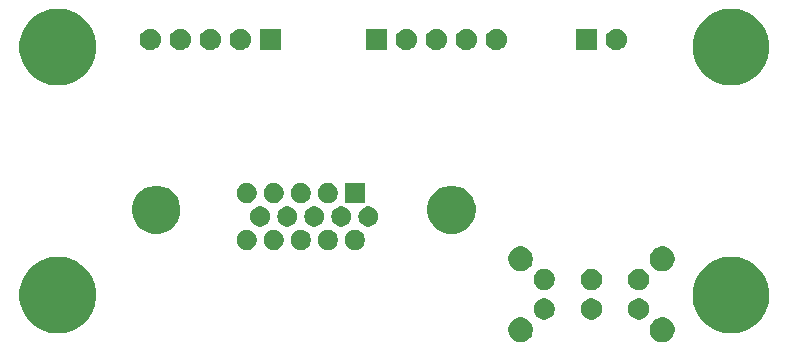
<source format=gbr>
G04 #@! TF.GenerationSoftware,KiCad,Pcbnew,6.0.0-rc1-unknown-r14633-2e907bfa*
G04 #@! TF.CreationDate,2018-12-23T16:51:31-08:00
G04 #@! TF.ProjectId,td-rgb,74642d72-6762-42e6-9b69-6361645f7063,rev?*
G04 #@! TF.SameCoordinates,Original*
G04 #@! TF.FileFunction,Soldermask,Bot*
G04 #@! TF.FilePolarity,Negative*
%FSLAX46Y46*%
G04 Gerber Fmt 4.6, Leading zero omitted, Abs format (unit mm)*
G04 Created by KiCad (PCBNEW 6.0.0-rc1-unknown-r14633-2e907bfa) date Sun 23 Dec 2018 04:51:31 PM PST*
%MOMM*%
%LPD*%
G04 APERTURE LIST*
%ADD10C,0.100000*%
G04 APERTURE END LIST*
D10*
G36*
X165488566Y-109919389D02*
G01*
X165679835Y-109998615D01*
X165851977Y-110113637D01*
X165998364Y-110260024D01*
X166113386Y-110432166D01*
X166192612Y-110623435D01*
X166233001Y-110826484D01*
X166233001Y-111033516D01*
X166192612Y-111236565D01*
X166113386Y-111427834D01*
X165998364Y-111599976D01*
X165851977Y-111746363D01*
X165679835Y-111861385D01*
X165488566Y-111940611D01*
X165285517Y-111981000D01*
X165078485Y-111981000D01*
X164875436Y-111940611D01*
X164684167Y-111861385D01*
X164512025Y-111746363D01*
X164365638Y-111599976D01*
X164250616Y-111427834D01*
X164171390Y-111236565D01*
X164131001Y-111033516D01*
X164131001Y-110826484D01*
X164171390Y-110623435D01*
X164250616Y-110432166D01*
X164365638Y-110260024D01*
X164512025Y-110113637D01*
X164684167Y-109998615D01*
X164875436Y-109919389D01*
X165078485Y-109879000D01*
X165285517Y-109879000D01*
X165488566Y-109919389D01*
X165488566Y-109919389D01*
G37*
G36*
X153488566Y-109919389D02*
G01*
X153679835Y-109998615D01*
X153851977Y-110113637D01*
X153998364Y-110260024D01*
X154113386Y-110432166D01*
X154192612Y-110623435D01*
X154233001Y-110826484D01*
X154233001Y-111033516D01*
X154192612Y-111236565D01*
X154113386Y-111427834D01*
X153998364Y-111599976D01*
X153851977Y-111746363D01*
X153679835Y-111861385D01*
X153488566Y-111940611D01*
X153285517Y-111981000D01*
X153078485Y-111981000D01*
X152875436Y-111940611D01*
X152684167Y-111861385D01*
X152512025Y-111746363D01*
X152365638Y-111599976D01*
X152250616Y-111427834D01*
X152171390Y-111236565D01*
X152131001Y-111033516D01*
X152131001Y-110826484D01*
X152171390Y-110623435D01*
X152250616Y-110432166D01*
X152365638Y-110260024D01*
X152512025Y-110113637D01*
X152684167Y-109998615D01*
X152875436Y-109919389D01*
X153078485Y-109879000D01*
X153285517Y-109879000D01*
X153488566Y-109919389D01*
X153488566Y-109919389D01*
G37*
G36*
X171634239Y-104811467D02*
G01*
X171948282Y-104873934D01*
X172539926Y-105119001D01*
X173002126Y-105427834D01*
X173072395Y-105474786D01*
X173525214Y-105927605D01*
X173525216Y-105927608D01*
X173880999Y-106460074D01*
X174126066Y-107051718D01*
X174126066Y-107051719D01*
X174251000Y-107679803D01*
X174251000Y-108320197D01*
X174188533Y-108634239D01*
X174126066Y-108948282D01*
X173880999Y-109539926D01*
X173627449Y-109919390D01*
X173525214Y-110072395D01*
X173072395Y-110525214D01*
X173072392Y-110525216D01*
X172539926Y-110880999D01*
X171948282Y-111126066D01*
X171634239Y-111188533D01*
X171320197Y-111251000D01*
X170679803Y-111251000D01*
X170365761Y-111188533D01*
X170051718Y-111126066D01*
X169460074Y-110880999D01*
X168927608Y-110525216D01*
X168927605Y-110525214D01*
X168474786Y-110072395D01*
X168372551Y-109919390D01*
X168119001Y-109539926D01*
X167873934Y-108948282D01*
X167811467Y-108634239D01*
X167749000Y-108320197D01*
X167749000Y-107679803D01*
X167873934Y-107051719D01*
X167873934Y-107051718D01*
X168119001Y-106460074D01*
X168474784Y-105927608D01*
X168474786Y-105927605D01*
X168927605Y-105474786D01*
X168997874Y-105427834D01*
X169460074Y-105119001D01*
X170051718Y-104873934D01*
X170365761Y-104811467D01*
X170679803Y-104749000D01*
X171320197Y-104749000D01*
X171634239Y-104811467D01*
X171634239Y-104811467D01*
G37*
G36*
X114634239Y-104811467D02*
G01*
X114948282Y-104873934D01*
X115539926Y-105119001D01*
X116002126Y-105427834D01*
X116072395Y-105474786D01*
X116525214Y-105927605D01*
X116525216Y-105927608D01*
X116880999Y-106460074D01*
X117126066Y-107051718D01*
X117126066Y-107051719D01*
X117251000Y-107679803D01*
X117251000Y-108320197D01*
X117188533Y-108634239D01*
X117126066Y-108948282D01*
X116880999Y-109539926D01*
X116627449Y-109919390D01*
X116525214Y-110072395D01*
X116072395Y-110525214D01*
X116072392Y-110525216D01*
X115539926Y-110880999D01*
X114948282Y-111126066D01*
X114634239Y-111188533D01*
X114320197Y-111251000D01*
X113679803Y-111251000D01*
X113365761Y-111188533D01*
X113051718Y-111126066D01*
X112460074Y-110880999D01*
X111927608Y-110525216D01*
X111927605Y-110525214D01*
X111474786Y-110072395D01*
X111372551Y-109919390D01*
X111119001Y-109539926D01*
X110873934Y-108948282D01*
X110811467Y-108634239D01*
X110749000Y-108320197D01*
X110749000Y-107679803D01*
X110873934Y-107051719D01*
X110873934Y-107051718D01*
X111119001Y-106460074D01*
X111474784Y-105927608D01*
X111474786Y-105927605D01*
X111927605Y-105474786D01*
X111997874Y-105427834D01*
X112460074Y-105119001D01*
X113051718Y-104873934D01*
X113365761Y-104811467D01*
X113679803Y-104749000D01*
X114320197Y-104749000D01*
X114634239Y-104811467D01*
X114634239Y-104811467D01*
G37*
G36*
X155444813Y-108313624D02*
G01*
X155608785Y-108381544D01*
X155756355Y-108480147D01*
X155881854Y-108605646D01*
X155980457Y-108753216D01*
X156048377Y-108917188D01*
X156083001Y-109091259D01*
X156083001Y-109268741D01*
X156048377Y-109442812D01*
X155980457Y-109606784D01*
X155881854Y-109754354D01*
X155756355Y-109879853D01*
X155608785Y-109978456D01*
X155444813Y-110046376D01*
X155270742Y-110081000D01*
X155093260Y-110081000D01*
X154919189Y-110046376D01*
X154755217Y-109978456D01*
X154607647Y-109879853D01*
X154482148Y-109754354D01*
X154383545Y-109606784D01*
X154315625Y-109442812D01*
X154281001Y-109268741D01*
X154281001Y-109091259D01*
X154315625Y-108917188D01*
X154383545Y-108753216D01*
X154482148Y-108605646D01*
X154607647Y-108480147D01*
X154755217Y-108381544D01*
X154919189Y-108313624D01*
X155093260Y-108279000D01*
X155270742Y-108279000D01*
X155444813Y-108313624D01*
X155444813Y-108313624D01*
G37*
G36*
X163444813Y-108313624D02*
G01*
X163608785Y-108381544D01*
X163756355Y-108480147D01*
X163881854Y-108605646D01*
X163980457Y-108753216D01*
X164048377Y-108917188D01*
X164083001Y-109091259D01*
X164083001Y-109268741D01*
X164048377Y-109442812D01*
X163980457Y-109606784D01*
X163881854Y-109754354D01*
X163756355Y-109879853D01*
X163608785Y-109978456D01*
X163444813Y-110046376D01*
X163270742Y-110081000D01*
X163093260Y-110081000D01*
X162919189Y-110046376D01*
X162755217Y-109978456D01*
X162607647Y-109879853D01*
X162482148Y-109754354D01*
X162383545Y-109606784D01*
X162315625Y-109442812D01*
X162281001Y-109268741D01*
X162281001Y-109091259D01*
X162315625Y-108917188D01*
X162383545Y-108753216D01*
X162482148Y-108605646D01*
X162607647Y-108480147D01*
X162755217Y-108381544D01*
X162919189Y-108313624D01*
X163093260Y-108279000D01*
X163270742Y-108279000D01*
X163444813Y-108313624D01*
X163444813Y-108313624D01*
G37*
G36*
X159444813Y-108313624D02*
G01*
X159608785Y-108381544D01*
X159756355Y-108480147D01*
X159881854Y-108605646D01*
X159980457Y-108753216D01*
X160048377Y-108917188D01*
X160083001Y-109091259D01*
X160083001Y-109268741D01*
X160048377Y-109442812D01*
X159980457Y-109606784D01*
X159881854Y-109754354D01*
X159756355Y-109879853D01*
X159608785Y-109978456D01*
X159444813Y-110046376D01*
X159270742Y-110081000D01*
X159093260Y-110081000D01*
X158919189Y-110046376D01*
X158755217Y-109978456D01*
X158607647Y-109879853D01*
X158482148Y-109754354D01*
X158383545Y-109606784D01*
X158315625Y-109442812D01*
X158281001Y-109268741D01*
X158281001Y-109091259D01*
X158315625Y-108917188D01*
X158383545Y-108753216D01*
X158482148Y-108605646D01*
X158607647Y-108480147D01*
X158755217Y-108381544D01*
X158919189Y-108313624D01*
X159093260Y-108279000D01*
X159270742Y-108279000D01*
X159444813Y-108313624D01*
X159444813Y-108313624D01*
G37*
G36*
X163444813Y-105813624D02*
G01*
X163608785Y-105881544D01*
X163756355Y-105980147D01*
X163881854Y-106105646D01*
X163980457Y-106253216D01*
X164048377Y-106417188D01*
X164083001Y-106591259D01*
X164083001Y-106768741D01*
X164048377Y-106942812D01*
X163980457Y-107106784D01*
X163881854Y-107254354D01*
X163756355Y-107379853D01*
X163608785Y-107478456D01*
X163444813Y-107546376D01*
X163270742Y-107581000D01*
X163093260Y-107581000D01*
X162919189Y-107546376D01*
X162755217Y-107478456D01*
X162607647Y-107379853D01*
X162482148Y-107254354D01*
X162383545Y-107106784D01*
X162315625Y-106942812D01*
X162281001Y-106768741D01*
X162281001Y-106591259D01*
X162315625Y-106417188D01*
X162383545Y-106253216D01*
X162482148Y-106105646D01*
X162607647Y-105980147D01*
X162755217Y-105881544D01*
X162919189Y-105813624D01*
X163093260Y-105779000D01*
X163270742Y-105779000D01*
X163444813Y-105813624D01*
X163444813Y-105813624D01*
G37*
G36*
X155444813Y-105813624D02*
G01*
X155608785Y-105881544D01*
X155756355Y-105980147D01*
X155881854Y-106105646D01*
X155980457Y-106253216D01*
X156048377Y-106417188D01*
X156083001Y-106591259D01*
X156083001Y-106768741D01*
X156048377Y-106942812D01*
X155980457Y-107106784D01*
X155881854Y-107254354D01*
X155756355Y-107379853D01*
X155608785Y-107478456D01*
X155444813Y-107546376D01*
X155270742Y-107581000D01*
X155093260Y-107581000D01*
X154919189Y-107546376D01*
X154755217Y-107478456D01*
X154607647Y-107379853D01*
X154482148Y-107254354D01*
X154383545Y-107106784D01*
X154315625Y-106942812D01*
X154281001Y-106768741D01*
X154281001Y-106591259D01*
X154315625Y-106417188D01*
X154383545Y-106253216D01*
X154482148Y-106105646D01*
X154607647Y-105980147D01*
X154755217Y-105881544D01*
X154919189Y-105813624D01*
X155093260Y-105779000D01*
X155270742Y-105779000D01*
X155444813Y-105813624D01*
X155444813Y-105813624D01*
G37*
G36*
X159444813Y-105813624D02*
G01*
X159608785Y-105881544D01*
X159756355Y-105980147D01*
X159881854Y-106105646D01*
X159980457Y-106253216D01*
X160048377Y-106417188D01*
X160083001Y-106591259D01*
X160083001Y-106768741D01*
X160048377Y-106942812D01*
X159980457Y-107106784D01*
X159881854Y-107254354D01*
X159756355Y-107379853D01*
X159608785Y-107478456D01*
X159444813Y-107546376D01*
X159270742Y-107581000D01*
X159093260Y-107581000D01*
X158919189Y-107546376D01*
X158755217Y-107478456D01*
X158607647Y-107379853D01*
X158482148Y-107254354D01*
X158383545Y-107106784D01*
X158315625Y-106942812D01*
X158281001Y-106768741D01*
X158281001Y-106591259D01*
X158315625Y-106417188D01*
X158383545Y-106253216D01*
X158482148Y-106105646D01*
X158607647Y-105980147D01*
X158755217Y-105881544D01*
X158919189Y-105813624D01*
X159093260Y-105779000D01*
X159270742Y-105779000D01*
X159444813Y-105813624D01*
X159444813Y-105813624D01*
G37*
G36*
X153488566Y-103919389D02*
G01*
X153679835Y-103998615D01*
X153851977Y-104113637D01*
X153998364Y-104260024D01*
X154113386Y-104432166D01*
X154192612Y-104623435D01*
X154233001Y-104826484D01*
X154233001Y-105033516D01*
X154192612Y-105236565D01*
X154113386Y-105427834D01*
X153998364Y-105599976D01*
X153851977Y-105746363D01*
X153679835Y-105861385D01*
X153488566Y-105940611D01*
X153285517Y-105981000D01*
X153078485Y-105981000D01*
X152875436Y-105940611D01*
X152684167Y-105861385D01*
X152512025Y-105746363D01*
X152365638Y-105599976D01*
X152250616Y-105427834D01*
X152171390Y-105236565D01*
X152131001Y-105033516D01*
X152131001Y-104826484D01*
X152171390Y-104623435D01*
X152250616Y-104432166D01*
X152365638Y-104260024D01*
X152512025Y-104113637D01*
X152684167Y-103998615D01*
X152875436Y-103919389D01*
X153078485Y-103879000D01*
X153285517Y-103879000D01*
X153488566Y-103919389D01*
X153488566Y-103919389D01*
G37*
G36*
X165488566Y-103919389D02*
G01*
X165679835Y-103998615D01*
X165851977Y-104113637D01*
X165998364Y-104260024D01*
X166113386Y-104432166D01*
X166192612Y-104623435D01*
X166233001Y-104826484D01*
X166233001Y-105033516D01*
X166192612Y-105236565D01*
X166113386Y-105427834D01*
X165998364Y-105599976D01*
X165851977Y-105746363D01*
X165679835Y-105861385D01*
X165488566Y-105940611D01*
X165285517Y-105981000D01*
X165078485Y-105981000D01*
X164875436Y-105940611D01*
X164684167Y-105861385D01*
X164512025Y-105746363D01*
X164365638Y-105599976D01*
X164250616Y-105427834D01*
X164171390Y-105236565D01*
X164131001Y-105033516D01*
X164131001Y-104826484D01*
X164171390Y-104623435D01*
X164250616Y-104432166D01*
X164365638Y-104260024D01*
X164512025Y-104113637D01*
X164684167Y-103998615D01*
X164875436Y-103919389D01*
X165078485Y-103879000D01*
X165285517Y-103879000D01*
X165488566Y-103919389D01*
X165488566Y-103919389D01*
G37*
G36*
X139395229Y-102510042D02*
G01*
X139550101Y-102574192D01*
X139689482Y-102667324D01*
X139808016Y-102785858D01*
X139901148Y-102925239D01*
X139965298Y-103080111D01*
X139998001Y-103244523D01*
X139998001Y-103412155D01*
X139965298Y-103576567D01*
X139901148Y-103731439D01*
X139808016Y-103870820D01*
X139689482Y-103989354D01*
X139550101Y-104082486D01*
X139395229Y-104146636D01*
X139230817Y-104179339D01*
X139063185Y-104179339D01*
X138898773Y-104146636D01*
X138743901Y-104082486D01*
X138604520Y-103989354D01*
X138485986Y-103870820D01*
X138392854Y-103731439D01*
X138328704Y-103576567D01*
X138296001Y-103412155D01*
X138296001Y-103244523D01*
X138328704Y-103080111D01*
X138392854Y-102925239D01*
X138485986Y-102785858D01*
X138604520Y-102667324D01*
X138743901Y-102574192D01*
X138898773Y-102510042D01*
X139063185Y-102477339D01*
X139230817Y-102477339D01*
X139395229Y-102510042D01*
X139395229Y-102510042D01*
G37*
G36*
X130235229Y-102510042D02*
G01*
X130390101Y-102574192D01*
X130529482Y-102667324D01*
X130648016Y-102785858D01*
X130741148Y-102925239D01*
X130805298Y-103080111D01*
X130838001Y-103244523D01*
X130838001Y-103412155D01*
X130805298Y-103576567D01*
X130741148Y-103731439D01*
X130648016Y-103870820D01*
X130529482Y-103989354D01*
X130390101Y-104082486D01*
X130235229Y-104146636D01*
X130070817Y-104179339D01*
X129903185Y-104179339D01*
X129738773Y-104146636D01*
X129583901Y-104082486D01*
X129444520Y-103989354D01*
X129325986Y-103870820D01*
X129232854Y-103731439D01*
X129168704Y-103576567D01*
X129136001Y-103412155D01*
X129136001Y-103244523D01*
X129168704Y-103080111D01*
X129232854Y-102925239D01*
X129325986Y-102785858D01*
X129444520Y-102667324D01*
X129583901Y-102574192D01*
X129738773Y-102510042D01*
X129903185Y-102477339D01*
X130070817Y-102477339D01*
X130235229Y-102510042D01*
X130235229Y-102510042D01*
G37*
G36*
X132525229Y-102510042D02*
G01*
X132680101Y-102574192D01*
X132819482Y-102667324D01*
X132938016Y-102785858D01*
X133031148Y-102925239D01*
X133095298Y-103080111D01*
X133128001Y-103244523D01*
X133128001Y-103412155D01*
X133095298Y-103576567D01*
X133031148Y-103731439D01*
X132938016Y-103870820D01*
X132819482Y-103989354D01*
X132680101Y-104082486D01*
X132525229Y-104146636D01*
X132360817Y-104179339D01*
X132193185Y-104179339D01*
X132028773Y-104146636D01*
X131873901Y-104082486D01*
X131734520Y-103989354D01*
X131615986Y-103870820D01*
X131522854Y-103731439D01*
X131458704Y-103576567D01*
X131426001Y-103412155D01*
X131426001Y-103244523D01*
X131458704Y-103080111D01*
X131522854Y-102925239D01*
X131615986Y-102785858D01*
X131734520Y-102667324D01*
X131873901Y-102574192D01*
X132028773Y-102510042D01*
X132193185Y-102477339D01*
X132360817Y-102477339D01*
X132525229Y-102510042D01*
X132525229Y-102510042D01*
G37*
G36*
X134815229Y-102510042D02*
G01*
X134970101Y-102574192D01*
X135109482Y-102667324D01*
X135228016Y-102785858D01*
X135321148Y-102925239D01*
X135385298Y-103080111D01*
X135418001Y-103244523D01*
X135418001Y-103412155D01*
X135385298Y-103576567D01*
X135321148Y-103731439D01*
X135228016Y-103870820D01*
X135109482Y-103989354D01*
X134970101Y-104082486D01*
X134815229Y-104146636D01*
X134650817Y-104179339D01*
X134483185Y-104179339D01*
X134318773Y-104146636D01*
X134163901Y-104082486D01*
X134024520Y-103989354D01*
X133905986Y-103870820D01*
X133812854Y-103731439D01*
X133748704Y-103576567D01*
X133716001Y-103412155D01*
X133716001Y-103244523D01*
X133748704Y-103080111D01*
X133812854Y-102925239D01*
X133905986Y-102785858D01*
X134024520Y-102667324D01*
X134163901Y-102574192D01*
X134318773Y-102510042D01*
X134483185Y-102477339D01*
X134650817Y-102477339D01*
X134815229Y-102510042D01*
X134815229Y-102510042D01*
G37*
G36*
X137105229Y-102510042D02*
G01*
X137260101Y-102574192D01*
X137399482Y-102667324D01*
X137518016Y-102785858D01*
X137611148Y-102925239D01*
X137675298Y-103080111D01*
X137708001Y-103244523D01*
X137708001Y-103412155D01*
X137675298Y-103576567D01*
X137611148Y-103731439D01*
X137518016Y-103870820D01*
X137399482Y-103989354D01*
X137260101Y-104082486D01*
X137105229Y-104146636D01*
X136940817Y-104179339D01*
X136773185Y-104179339D01*
X136608773Y-104146636D01*
X136453901Y-104082486D01*
X136314520Y-103989354D01*
X136195986Y-103870820D01*
X136102854Y-103731439D01*
X136038704Y-103576567D01*
X136006001Y-103412155D01*
X136006001Y-103244523D01*
X136038704Y-103080111D01*
X136102854Y-102925239D01*
X136195986Y-102785858D01*
X136314520Y-102667324D01*
X136453901Y-102574192D01*
X136608773Y-102510042D01*
X136773185Y-102477339D01*
X136940817Y-102477339D01*
X137105229Y-102510042D01*
X137105229Y-102510042D01*
G37*
G36*
X147930253Y-98816157D02*
G01*
X147930255Y-98816158D01*
X147930256Y-98816158D01*
X148303514Y-98970766D01*
X148303515Y-98970767D01*
X148639440Y-99195225D01*
X148925115Y-99480900D01*
X148925117Y-99480903D01*
X149149574Y-99816826D01*
X149276182Y-100122486D01*
X149304183Y-100190087D01*
X149383001Y-100586332D01*
X149383001Y-100990346D01*
X149328464Y-101264523D01*
X149304182Y-101386594D01*
X149149574Y-101759852D01*
X149149573Y-101759853D01*
X148925115Y-102095778D01*
X148639440Y-102381453D01*
X148639437Y-102381455D01*
X148303514Y-102605912D01*
X147930256Y-102760520D01*
X147930255Y-102760520D01*
X147930253Y-102760521D01*
X147534008Y-102839339D01*
X147129994Y-102839339D01*
X146733749Y-102760521D01*
X146733747Y-102760520D01*
X146733746Y-102760520D01*
X146360488Y-102605912D01*
X146024565Y-102381455D01*
X146024562Y-102381453D01*
X145738887Y-102095778D01*
X145514429Y-101759853D01*
X145514428Y-101759852D01*
X145359820Y-101386594D01*
X145335539Y-101264523D01*
X145281001Y-100990346D01*
X145281001Y-100586332D01*
X145359819Y-100190087D01*
X145387820Y-100122486D01*
X145514428Y-99816826D01*
X145738885Y-99480903D01*
X145738887Y-99480900D01*
X146024562Y-99195225D01*
X146360487Y-98970767D01*
X146360488Y-98970766D01*
X146733746Y-98816158D01*
X146733747Y-98816158D01*
X146733749Y-98816157D01*
X147129994Y-98737339D01*
X147534008Y-98737339D01*
X147930253Y-98816157D01*
X147930253Y-98816157D01*
G37*
G36*
X122930253Y-98816157D02*
G01*
X122930255Y-98816158D01*
X122930256Y-98816158D01*
X123303514Y-98970766D01*
X123303515Y-98970767D01*
X123639440Y-99195225D01*
X123925115Y-99480900D01*
X123925117Y-99480903D01*
X124149574Y-99816826D01*
X124276182Y-100122486D01*
X124304183Y-100190087D01*
X124383001Y-100586332D01*
X124383001Y-100990346D01*
X124328464Y-101264523D01*
X124304182Y-101386594D01*
X124149574Y-101759852D01*
X124149573Y-101759853D01*
X123925115Y-102095778D01*
X123639440Y-102381453D01*
X123639437Y-102381455D01*
X123303514Y-102605912D01*
X122930256Y-102760520D01*
X122930255Y-102760520D01*
X122930253Y-102760521D01*
X122534008Y-102839339D01*
X122129994Y-102839339D01*
X121733749Y-102760521D01*
X121733747Y-102760520D01*
X121733746Y-102760520D01*
X121360488Y-102605912D01*
X121024565Y-102381455D01*
X121024562Y-102381453D01*
X120738887Y-102095778D01*
X120514429Y-101759853D01*
X120514428Y-101759852D01*
X120359820Y-101386594D01*
X120335539Y-101264523D01*
X120281001Y-100990346D01*
X120281001Y-100586332D01*
X120359819Y-100190087D01*
X120387820Y-100122486D01*
X120514428Y-99816826D01*
X120738885Y-99480903D01*
X120738887Y-99480900D01*
X121024562Y-99195225D01*
X121360487Y-98970767D01*
X121360488Y-98970766D01*
X121733746Y-98816158D01*
X121733747Y-98816158D01*
X121733749Y-98816157D01*
X122129994Y-98737339D01*
X122534008Y-98737339D01*
X122930253Y-98816157D01*
X122930253Y-98816157D01*
G37*
G36*
X138250229Y-100530042D02*
G01*
X138405101Y-100594192D01*
X138544482Y-100687324D01*
X138663016Y-100805858D01*
X138756148Y-100945239D01*
X138820298Y-101100111D01*
X138853001Y-101264523D01*
X138853001Y-101432155D01*
X138820298Y-101596567D01*
X138756148Y-101751439D01*
X138663016Y-101890820D01*
X138544482Y-102009354D01*
X138405101Y-102102486D01*
X138250229Y-102166636D01*
X138085817Y-102199339D01*
X137918185Y-102199339D01*
X137753773Y-102166636D01*
X137598901Y-102102486D01*
X137459520Y-102009354D01*
X137340986Y-101890820D01*
X137247854Y-101751439D01*
X137183704Y-101596567D01*
X137151001Y-101432155D01*
X137151001Y-101264523D01*
X137183704Y-101100111D01*
X137247854Y-100945239D01*
X137340986Y-100805858D01*
X137459520Y-100687324D01*
X137598901Y-100594192D01*
X137753773Y-100530042D01*
X137918185Y-100497339D01*
X138085817Y-100497339D01*
X138250229Y-100530042D01*
X138250229Y-100530042D01*
G37*
G36*
X135960229Y-100530042D02*
G01*
X136115101Y-100594192D01*
X136254482Y-100687324D01*
X136373016Y-100805858D01*
X136466148Y-100945239D01*
X136530298Y-101100111D01*
X136563001Y-101264523D01*
X136563001Y-101432155D01*
X136530298Y-101596567D01*
X136466148Y-101751439D01*
X136373016Y-101890820D01*
X136254482Y-102009354D01*
X136115101Y-102102486D01*
X135960229Y-102166636D01*
X135795817Y-102199339D01*
X135628185Y-102199339D01*
X135463773Y-102166636D01*
X135308901Y-102102486D01*
X135169520Y-102009354D01*
X135050986Y-101890820D01*
X134957854Y-101751439D01*
X134893704Y-101596567D01*
X134861001Y-101432155D01*
X134861001Y-101264523D01*
X134893704Y-101100111D01*
X134957854Y-100945239D01*
X135050986Y-100805858D01*
X135169520Y-100687324D01*
X135308901Y-100594192D01*
X135463773Y-100530042D01*
X135628185Y-100497339D01*
X135795817Y-100497339D01*
X135960229Y-100530042D01*
X135960229Y-100530042D01*
G37*
G36*
X133670229Y-100530042D02*
G01*
X133825101Y-100594192D01*
X133964482Y-100687324D01*
X134083016Y-100805858D01*
X134176148Y-100945239D01*
X134240298Y-101100111D01*
X134273001Y-101264523D01*
X134273001Y-101432155D01*
X134240298Y-101596567D01*
X134176148Y-101751439D01*
X134083016Y-101890820D01*
X133964482Y-102009354D01*
X133825101Y-102102486D01*
X133670229Y-102166636D01*
X133505817Y-102199339D01*
X133338185Y-102199339D01*
X133173773Y-102166636D01*
X133018901Y-102102486D01*
X132879520Y-102009354D01*
X132760986Y-101890820D01*
X132667854Y-101751439D01*
X132603704Y-101596567D01*
X132571001Y-101432155D01*
X132571001Y-101264523D01*
X132603704Y-101100111D01*
X132667854Y-100945239D01*
X132760986Y-100805858D01*
X132879520Y-100687324D01*
X133018901Y-100594192D01*
X133173773Y-100530042D01*
X133338185Y-100497339D01*
X133505817Y-100497339D01*
X133670229Y-100530042D01*
X133670229Y-100530042D01*
G37*
G36*
X140540229Y-100530042D02*
G01*
X140695101Y-100594192D01*
X140834482Y-100687324D01*
X140953016Y-100805858D01*
X141046148Y-100945239D01*
X141110298Y-101100111D01*
X141143001Y-101264523D01*
X141143001Y-101432155D01*
X141110298Y-101596567D01*
X141046148Y-101751439D01*
X140953016Y-101890820D01*
X140834482Y-102009354D01*
X140695101Y-102102486D01*
X140540229Y-102166636D01*
X140375817Y-102199339D01*
X140208185Y-102199339D01*
X140043773Y-102166636D01*
X139888901Y-102102486D01*
X139749520Y-102009354D01*
X139630986Y-101890820D01*
X139537854Y-101751439D01*
X139473704Y-101596567D01*
X139441001Y-101432155D01*
X139441001Y-101264523D01*
X139473704Y-101100111D01*
X139537854Y-100945239D01*
X139630986Y-100805858D01*
X139749520Y-100687324D01*
X139888901Y-100594192D01*
X140043773Y-100530042D01*
X140208185Y-100497339D01*
X140375817Y-100497339D01*
X140540229Y-100530042D01*
X140540229Y-100530042D01*
G37*
G36*
X131380229Y-100530042D02*
G01*
X131535101Y-100594192D01*
X131674482Y-100687324D01*
X131793016Y-100805858D01*
X131886148Y-100945239D01*
X131950298Y-101100111D01*
X131983001Y-101264523D01*
X131983001Y-101432155D01*
X131950298Y-101596567D01*
X131886148Y-101751439D01*
X131793016Y-101890820D01*
X131674482Y-102009354D01*
X131535101Y-102102486D01*
X131380229Y-102166636D01*
X131215817Y-102199339D01*
X131048185Y-102199339D01*
X130883773Y-102166636D01*
X130728901Y-102102486D01*
X130589520Y-102009354D01*
X130470986Y-101890820D01*
X130377854Y-101751439D01*
X130313704Y-101596567D01*
X130281001Y-101432155D01*
X130281001Y-101264523D01*
X130313704Y-101100111D01*
X130377854Y-100945239D01*
X130470986Y-100805858D01*
X130589520Y-100687324D01*
X130728901Y-100594192D01*
X130883773Y-100530042D01*
X131048185Y-100497339D01*
X131215817Y-100497339D01*
X131380229Y-100530042D01*
X131380229Y-100530042D01*
G37*
G36*
X139998001Y-100219339D02*
G01*
X138296001Y-100219339D01*
X138296001Y-98517339D01*
X139998001Y-98517339D01*
X139998001Y-100219339D01*
X139998001Y-100219339D01*
G37*
G36*
X130235229Y-98550042D02*
G01*
X130390101Y-98614192D01*
X130529482Y-98707324D01*
X130648016Y-98825858D01*
X130741148Y-98965239D01*
X130805298Y-99120111D01*
X130838001Y-99284523D01*
X130838001Y-99452155D01*
X130805298Y-99616567D01*
X130741148Y-99771439D01*
X130648016Y-99910820D01*
X130529482Y-100029354D01*
X130390101Y-100122486D01*
X130235229Y-100186636D01*
X130070817Y-100219339D01*
X129903185Y-100219339D01*
X129738773Y-100186636D01*
X129583901Y-100122486D01*
X129444520Y-100029354D01*
X129325986Y-99910820D01*
X129232854Y-99771439D01*
X129168704Y-99616567D01*
X129136001Y-99452155D01*
X129136001Y-99284523D01*
X129168704Y-99120111D01*
X129232854Y-98965239D01*
X129325986Y-98825858D01*
X129444520Y-98707324D01*
X129583901Y-98614192D01*
X129738773Y-98550042D01*
X129903185Y-98517339D01*
X130070817Y-98517339D01*
X130235229Y-98550042D01*
X130235229Y-98550042D01*
G37*
G36*
X132525229Y-98550042D02*
G01*
X132680101Y-98614192D01*
X132819482Y-98707324D01*
X132938016Y-98825858D01*
X133031148Y-98965239D01*
X133095298Y-99120111D01*
X133128001Y-99284523D01*
X133128001Y-99452155D01*
X133095298Y-99616567D01*
X133031148Y-99771439D01*
X132938016Y-99910820D01*
X132819482Y-100029354D01*
X132680101Y-100122486D01*
X132525229Y-100186636D01*
X132360817Y-100219339D01*
X132193185Y-100219339D01*
X132028773Y-100186636D01*
X131873901Y-100122486D01*
X131734520Y-100029354D01*
X131615986Y-99910820D01*
X131522854Y-99771439D01*
X131458704Y-99616567D01*
X131426001Y-99452155D01*
X131426001Y-99284523D01*
X131458704Y-99120111D01*
X131522854Y-98965239D01*
X131615986Y-98825858D01*
X131734520Y-98707324D01*
X131873901Y-98614192D01*
X132028773Y-98550042D01*
X132193185Y-98517339D01*
X132360817Y-98517339D01*
X132525229Y-98550042D01*
X132525229Y-98550042D01*
G37*
G36*
X137105229Y-98550042D02*
G01*
X137260101Y-98614192D01*
X137399482Y-98707324D01*
X137518016Y-98825858D01*
X137611148Y-98965239D01*
X137675298Y-99120111D01*
X137708001Y-99284523D01*
X137708001Y-99452155D01*
X137675298Y-99616567D01*
X137611148Y-99771439D01*
X137518016Y-99910820D01*
X137399482Y-100029354D01*
X137260101Y-100122486D01*
X137105229Y-100186636D01*
X136940817Y-100219339D01*
X136773185Y-100219339D01*
X136608773Y-100186636D01*
X136453901Y-100122486D01*
X136314520Y-100029354D01*
X136195986Y-99910820D01*
X136102854Y-99771439D01*
X136038704Y-99616567D01*
X136006001Y-99452155D01*
X136006001Y-99284523D01*
X136038704Y-99120111D01*
X136102854Y-98965239D01*
X136195986Y-98825858D01*
X136314520Y-98707324D01*
X136453901Y-98614192D01*
X136608773Y-98550042D01*
X136773185Y-98517339D01*
X136940817Y-98517339D01*
X137105229Y-98550042D01*
X137105229Y-98550042D01*
G37*
G36*
X134815229Y-98550042D02*
G01*
X134970101Y-98614192D01*
X135109482Y-98707324D01*
X135228016Y-98825858D01*
X135321148Y-98965239D01*
X135385298Y-99120111D01*
X135418001Y-99284523D01*
X135418001Y-99452155D01*
X135385298Y-99616567D01*
X135321148Y-99771439D01*
X135228016Y-99910820D01*
X135109482Y-100029354D01*
X134970101Y-100122486D01*
X134815229Y-100186636D01*
X134650817Y-100219339D01*
X134483185Y-100219339D01*
X134318773Y-100186636D01*
X134163901Y-100122486D01*
X134024520Y-100029354D01*
X133905986Y-99910820D01*
X133812854Y-99771439D01*
X133748704Y-99616567D01*
X133716001Y-99452155D01*
X133716001Y-99284523D01*
X133748704Y-99120111D01*
X133812854Y-98965239D01*
X133905986Y-98825858D01*
X134024520Y-98707324D01*
X134163901Y-98614192D01*
X134318773Y-98550042D01*
X134483185Y-98517339D01*
X134650817Y-98517339D01*
X134815229Y-98550042D01*
X134815229Y-98550042D01*
G37*
G36*
X171634239Y-83811467D02*
G01*
X171948282Y-83873934D01*
X172539926Y-84119001D01*
X173068802Y-84472385D01*
X173072395Y-84474786D01*
X173525214Y-84927605D01*
X173525216Y-84927608D01*
X173880999Y-85460074D01*
X174126066Y-86051718D01*
X174251000Y-86679804D01*
X174251000Y-87320196D01*
X174126066Y-87948282D01*
X173880999Y-88539926D01*
X173527615Y-89068802D01*
X173525214Y-89072395D01*
X173072395Y-89525214D01*
X173072392Y-89525216D01*
X172539926Y-89880999D01*
X171948282Y-90126066D01*
X171634239Y-90188533D01*
X171320197Y-90251000D01*
X170679803Y-90251000D01*
X170365761Y-90188533D01*
X170051718Y-90126066D01*
X169460074Y-89880999D01*
X168927608Y-89525216D01*
X168927605Y-89525214D01*
X168474786Y-89072395D01*
X168472385Y-89068802D01*
X168119001Y-88539926D01*
X167873934Y-87948282D01*
X167749000Y-87320196D01*
X167749000Y-86679804D01*
X167873934Y-86051718D01*
X168119001Y-85460074D01*
X168474784Y-84927608D01*
X168474786Y-84927605D01*
X168927605Y-84474786D01*
X168931198Y-84472385D01*
X169460074Y-84119001D01*
X170051718Y-83873934D01*
X170365761Y-83811467D01*
X170679803Y-83749000D01*
X171320197Y-83749000D01*
X171634239Y-83811467D01*
X171634239Y-83811467D01*
G37*
G36*
X114634239Y-83811467D02*
G01*
X114948282Y-83873934D01*
X115539926Y-84119001D01*
X116068802Y-84472385D01*
X116072395Y-84474786D01*
X116525214Y-84927605D01*
X116525216Y-84927608D01*
X116880999Y-85460074D01*
X117126066Y-86051718D01*
X117251000Y-86679804D01*
X117251000Y-87320196D01*
X117126066Y-87948282D01*
X116880999Y-88539926D01*
X116527615Y-89068802D01*
X116525214Y-89072395D01*
X116072395Y-89525214D01*
X116072392Y-89525216D01*
X115539926Y-89880999D01*
X114948282Y-90126066D01*
X114634239Y-90188533D01*
X114320197Y-90251000D01*
X113679803Y-90251000D01*
X113365761Y-90188533D01*
X113051718Y-90126066D01*
X112460074Y-89880999D01*
X111927608Y-89525216D01*
X111927605Y-89525214D01*
X111474786Y-89072395D01*
X111472385Y-89068802D01*
X111119001Y-88539926D01*
X110873934Y-87948282D01*
X110749000Y-87320196D01*
X110749000Y-86679804D01*
X110873934Y-86051718D01*
X111119001Y-85460074D01*
X111474784Y-84927608D01*
X111474786Y-84927605D01*
X111927605Y-84474786D01*
X111931198Y-84472385D01*
X112460074Y-84119001D01*
X113051718Y-83873934D01*
X113365761Y-83811467D01*
X113679803Y-83749000D01*
X114320197Y-83749000D01*
X114634239Y-83811467D01*
X114634239Y-83811467D01*
G37*
G36*
X148700442Y-85465518D02*
G01*
X148766627Y-85472037D01*
X148879853Y-85506384D01*
X148936467Y-85523557D01*
X149075087Y-85597652D01*
X149092991Y-85607222D01*
X149128729Y-85636552D01*
X149230186Y-85719814D01*
X149313448Y-85821271D01*
X149342778Y-85857009D01*
X149342779Y-85857011D01*
X149426443Y-86013533D01*
X149426443Y-86013534D01*
X149477963Y-86183373D01*
X149495359Y-86360000D01*
X149477963Y-86536627D01*
X149443616Y-86649853D01*
X149426443Y-86706467D01*
X149352348Y-86845087D01*
X149342778Y-86862991D01*
X149313448Y-86898729D01*
X149230186Y-87000186D01*
X149128729Y-87083448D01*
X149092991Y-87112778D01*
X149092989Y-87112779D01*
X148936467Y-87196443D01*
X148879853Y-87213616D01*
X148766627Y-87247963D01*
X148700442Y-87254482D01*
X148634260Y-87261000D01*
X148545740Y-87261000D01*
X148479558Y-87254482D01*
X148413373Y-87247963D01*
X148300147Y-87213616D01*
X148243533Y-87196443D01*
X148087011Y-87112779D01*
X148087009Y-87112778D01*
X148051271Y-87083448D01*
X147949814Y-87000186D01*
X147866552Y-86898729D01*
X147837222Y-86862991D01*
X147827652Y-86845087D01*
X147753557Y-86706467D01*
X147736384Y-86649853D01*
X147702037Y-86536627D01*
X147684641Y-86360000D01*
X147702037Y-86183373D01*
X147753557Y-86013534D01*
X147753557Y-86013533D01*
X147837221Y-85857011D01*
X147837222Y-85857009D01*
X147866552Y-85821271D01*
X147949814Y-85719814D01*
X148051271Y-85636552D01*
X148087009Y-85607222D01*
X148104913Y-85597652D01*
X148243533Y-85523557D01*
X148300147Y-85506384D01*
X148413373Y-85472037D01*
X148479558Y-85465518D01*
X148545740Y-85459000D01*
X148634260Y-85459000D01*
X148700442Y-85465518D01*
X148700442Y-85465518D01*
G37*
G36*
X159651000Y-87261000D02*
G01*
X157849000Y-87261000D01*
X157849000Y-85459000D01*
X159651000Y-85459000D01*
X159651000Y-87261000D01*
X159651000Y-87261000D01*
G37*
G36*
X161400442Y-85465518D02*
G01*
X161466627Y-85472037D01*
X161579853Y-85506384D01*
X161636467Y-85523557D01*
X161775087Y-85597652D01*
X161792991Y-85607222D01*
X161828729Y-85636552D01*
X161930186Y-85719814D01*
X162013448Y-85821271D01*
X162042778Y-85857009D01*
X162042779Y-85857011D01*
X162126443Y-86013533D01*
X162126443Y-86013534D01*
X162177963Y-86183373D01*
X162195359Y-86360000D01*
X162177963Y-86536627D01*
X162143616Y-86649853D01*
X162126443Y-86706467D01*
X162052348Y-86845087D01*
X162042778Y-86862991D01*
X162013448Y-86898729D01*
X161930186Y-87000186D01*
X161828729Y-87083448D01*
X161792991Y-87112778D01*
X161792989Y-87112779D01*
X161636467Y-87196443D01*
X161579853Y-87213616D01*
X161466627Y-87247963D01*
X161400442Y-87254482D01*
X161334260Y-87261000D01*
X161245740Y-87261000D01*
X161179558Y-87254482D01*
X161113373Y-87247963D01*
X161000147Y-87213616D01*
X160943533Y-87196443D01*
X160787011Y-87112779D01*
X160787009Y-87112778D01*
X160751271Y-87083448D01*
X160649814Y-87000186D01*
X160566552Y-86898729D01*
X160537222Y-86862991D01*
X160527652Y-86845087D01*
X160453557Y-86706467D01*
X160436384Y-86649853D01*
X160402037Y-86536627D01*
X160384641Y-86360000D01*
X160402037Y-86183373D01*
X160453557Y-86013534D01*
X160453557Y-86013533D01*
X160537221Y-85857011D01*
X160537222Y-85857009D01*
X160566552Y-85821271D01*
X160649814Y-85719814D01*
X160751271Y-85636552D01*
X160787009Y-85607222D01*
X160804913Y-85597652D01*
X160943533Y-85523557D01*
X161000147Y-85506384D01*
X161113373Y-85472037D01*
X161179558Y-85465518D01*
X161245740Y-85459000D01*
X161334260Y-85459000D01*
X161400442Y-85465518D01*
X161400442Y-85465518D01*
G37*
G36*
X121950442Y-85465518D02*
G01*
X122016627Y-85472037D01*
X122129853Y-85506384D01*
X122186467Y-85523557D01*
X122325087Y-85597652D01*
X122342991Y-85607222D01*
X122378729Y-85636552D01*
X122480186Y-85719814D01*
X122563448Y-85821271D01*
X122592778Y-85857009D01*
X122592779Y-85857011D01*
X122676443Y-86013533D01*
X122676443Y-86013534D01*
X122727963Y-86183373D01*
X122745359Y-86360000D01*
X122727963Y-86536627D01*
X122693616Y-86649853D01*
X122676443Y-86706467D01*
X122602348Y-86845087D01*
X122592778Y-86862991D01*
X122563448Y-86898729D01*
X122480186Y-87000186D01*
X122378729Y-87083448D01*
X122342991Y-87112778D01*
X122342989Y-87112779D01*
X122186467Y-87196443D01*
X122129853Y-87213616D01*
X122016627Y-87247963D01*
X121950442Y-87254482D01*
X121884260Y-87261000D01*
X121795740Y-87261000D01*
X121729558Y-87254482D01*
X121663373Y-87247963D01*
X121550147Y-87213616D01*
X121493533Y-87196443D01*
X121337011Y-87112779D01*
X121337009Y-87112778D01*
X121301271Y-87083448D01*
X121199814Y-87000186D01*
X121116552Y-86898729D01*
X121087222Y-86862991D01*
X121077652Y-86845087D01*
X121003557Y-86706467D01*
X120986384Y-86649853D01*
X120952037Y-86536627D01*
X120934641Y-86360000D01*
X120952037Y-86183373D01*
X121003557Y-86013534D01*
X121003557Y-86013533D01*
X121087221Y-85857011D01*
X121087222Y-85857009D01*
X121116552Y-85821271D01*
X121199814Y-85719814D01*
X121301271Y-85636552D01*
X121337009Y-85607222D01*
X121354913Y-85597652D01*
X121493533Y-85523557D01*
X121550147Y-85506384D01*
X121663373Y-85472037D01*
X121729558Y-85465518D01*
X121795740Y-85459000D01*
X121884260Y-85459000D01*
X121950442Y-85465518D01*
X121950442Y-85465518D01*
G37*
G36*
X124490442Y-85465518D02*
G01*
X124556627Y-85472037D01*
X124669853Y-85506384D01*
X124726467Y-85523557D01*
X124865087Y-85597652D01*
X124882991Y-85607222D01*
X124918729Y-85636552D01*
X125020186Y-85719814D01*
X125103448Y-85821271D01*
X125132778Y-85857009D01*
X125132779Y-85857011D01*
X125216443Y-86013533D01*
X125216443Y-86013534D01*
X125267963Y-86183373D01*
X125285359Y-86360000D01*
X125267963Y-86536627D01*
X125233616Y-86649853D01*
X125216443Y-86706467D01*
X125142348Y-86845087D01*
X125132778Y-86862991D01*
X125103448Y-86898729D01*
X125020186Y-87000186D01*
X124918729Y-87083448D01*
X124882991Y-87112778D01*
X124882989Y-87112779D01*
X124726467Y-87196443D01*
X124669853Y-87213616D01*
X124556627Y-87247963D01*
X124490442Y-87254482D01*
X124424260Y-87261000D01*
X124335740Y-87261000D01*
X124269558Y-87254482D01*
X124203373Y-87247963D01*
X124090147Y-87213616D01*
X124033533Y-87196443D01*
X123877011Y-87112779D01*
X123877009Y-87112778D01*
X123841271Y-87083448D01*
X123739814Y-87000186D01*
X123656552Y-86898729D01*
X123627222Y-86862991D01*
X123617652Y-86845087D01*
X123543557Y-86706467D01*
X123526384Y-86649853D01*
X123492037Y-86536627D01*
X123474641Y-86360000D01*
X123492037Y-86183373D01*
X123543557Y-86013534D01*
X123543557Y-86013533D01*
X123627221Y-85857011D01*
X123627222Y-85857009D01*
X123656552Y-85821271D01*
X123739814Y-85719814D01*
X123841271Y-85636552D01*
X123877009Y-85607222D01*
X123894913Y-85597652D01*
X124033533Y-85523557D01*
X124090147Y-85506384D01*
X124203373Y-85472037D01*
X124269558Y-85465518D01*
X124335740Y-85459000D01*
X124424260Y-85459000D01*
X124490442Y-85465518D01*
X124490442Y-85465518D01*
G37*
G36*
X129570442Y-85465518D02*
G01*
X129636627Y-85472037D01*
X129749853Y-85506384D01*
X129806467Y-85523557D01*
X129945087Y-85597652D01*
X129962991Y-85607222D01*
X129998729Y-85636552D01*
X130100186Y-85719814D01*
X130183448Y-85821271D01*
X130212778Y-85857009D01*
X130212779Y-85857011D01*
X130296443Y-86013533D01*
X130296443Y-86013534D01*
X130347963Y-86183373D01*
X130365359Y-86360000D01*
X130347963Y-86536627D01*
X130313616Y-86649853D01*
X130296443Y-86706467D01*
X130222348Y-86845087D01*
X130212778Y-86862991D01*
X130183448Y-86898729D01*
X130100186Y-87000186D01*
X129998729Y-87083448D01*
X129962991Y-87112778D01*
X129962989Y-87112779D01*
X129806467Y-87196443D01*
X129749853Y-87213616D01*
X129636627Y-87247963D01*
X129570442Y-87254482D01*
X129504260Y-87261000D01*
X129415740Y-87261000D01*
X129349558Y-87254482D01*
X129283373Y-87247963D01*
X129170147Y-87213616D01*
X129113533Y-87196443D01*
X128957011Y-87112779D01*
X128957009Y-87112778D01*
X128921271Y-87083448D01*
X128819814Y-87000186D01*
X128736552Y-86898729D01*
X128707222Y-86862991D01*
X128697652Y-86845087D01*
X128623557Y-86706467D01*
X128606384Y-86649853D01*
X128572037Y-86536627D01*
X128554641Y-86360000D01*
X128572037Y-86183373D01*
X128623557Y-86013534D01*
X128623557Y-86013533D01*
X128707221Y-85857011D01*
X128707222Y-85857009D01*
X128736552Y-85821271D01*
X128819814Y-85719814D01*
X128921271Y-85636552D01*
X128957009Y-85607222D01*
X128974913Y-85597652D01*
X129113533Y-85523557D01*
X129170147Y-85506384D01*
X129283373Y-85472037D01*
X129349558Y-85465518D01*
X129415740Y-85459000D01*
X129504260Y-85459000D01*
X129570442Y-85465518D01*
X129570442Y-85465518D01*
G37*
G36*
X132901000Y-87261000D02*
G01*
X131099000Y-87261000D01*
X131099000Y-85459000D01*
X132901000Y-85459000D01*
X132901000Y-87261000D01*
X132901000Y-87261000D01*
G37*
G36*
X146160442Y-85465518D02*
G01*
X146226627Y-85472037D01*
X146339853Y-85506384D01*
X146396467Y-85523557D01*
X146535087Y-85597652D01*
X146552991Y-85607222D01*
X146588729Y-85636552D01*
X146690186Y-85719814D01*
X146773448Y-85821271D01*
X146802778Y-85857009D01*
X146802779Y-85857011D01*
X146886443Y-86013533D01*
X146886443Y-86013534D01*
X146937963Y-86183373D01*
X146955359Y-86360000D01*
X146937963Y-86536627D01*
X146903616Y-86649853D01*
X146886443Y-86706467D01*
X146812348Y-86845087D01*
X146802778Y-86862991D01*
X146773448Y-86898729D01*
X146690186Y-87000186D01*
X146588729Y-87083448D01*
X146552991Y-87112778D01*
X146552989Y-87112779D01*
X146396467Y-87196443D01*
X146339853Y-87213616D01*
X146226627Y-87247963D01*
X146160442Y-87254482D01*
X146094260Y-87261000D01*
X146005740Y-87261000D01*
X145939558Y-87254482D01*
X145873373Y-87247963D01*
X145760147Y-87213616D01*
X145703533Y-87196443D01*
X145547011Y-87112779D01*
X145547009Y-87112778D01*
X145511271Y-87083448D01*
X145409814Y-87000186D01*
X145326552Y-86898729D01*
X145297222Y-86862991D01*
X145287652Y-86845087D01*
X145213557Y-86706467D01*
X145196384Y-86649853D01*
X145162037Y-86536627D01*
X145144641Y-86360000D01*
X145162037Y-86183373D01*
X145213557Y-86013534D01*
X145213557Y-86013533D01*
X145297221Y-85857011D01*
X145297222Y-85857009D01*
X145326552Y-85821271D01*
X145409814Y-85719814D01*
X145511271Y-85636552D01*
X145547009Y-85607222D01*
X145564913Y-85597652D01*
X145703533Y-85523557D01*
X145760147Y-85506384D01*
X145873373Y-85472037D01*
X145939558Y-85465518D01*
X146005740Y-85459000D01*
X146094260Y-85459000D01*
X146160442Y-85465518D01*
X146160442Y-85465518D01*
G37*
G36*
X151240442Y-85465518D02*
G01*
X151306627Y-85472037D01*
X151419853Y-85506384D01*
X151476467Y-85523557D01*
X151615087Y-85597652D01*
X151632991Y-85607222D01*
X151668729Y-85636552D01*
X151770186Y-85719814D01*
X151853448Y-85821271D01*
X151882778Y-85857009D01*
X151882779Y-85857011D01*
X151966443Y-86013533D01*
X151966443Y-86013534D01*
X152017963Y-86183373D01*
X152035359Y-86360000D01*
X152017963Y-86536627D01*
X151983616Y-86649853D01*
X151966443Y-86706467D01*
X151892348Y-86845087D01*
X151882778Y-86862991D01*
X151853448Y-86898729D01*
X151770186Y-87000186D01*
X151668729Y-87083448D01*
X151632991Y-87112778D01*
X151632989Y-87112779D01*
X151476467Y-87196443D01*
X151419853Y-87213616D01*
X151306627Y-87247963D01*
X151240442Y-87254482D01*
X151174260Y-87261000D01*
X151085740Y-87261000D01*
X151019558Y-87254482D01*
X150953373Y-87247963D01*
X150840147Y-87213616D01*
X150783533Y-87196443D01*
X150627011Y-87112779D01*
X150627009Y-87112778D01*
X150591271Y-87083448D01*
X150489814Y-87000186D01*
X150406552Y-86898729D01*
X150377222Y-86862991D01*
X150367652Y-86845087D01*
X150293557Y-86706467D01*
X150276384Y-86649853D01*
X150242037Y-86536627D01*
X150224641Y-86360000D01*
X150242037Y-86183373D01*
X150293557Y-86013534D01*
X150293557Y-86013533D01*
X150377221Y-85857011D01*
X150377222Y-85857009D01*
X150406552Y-85821271D01*
X150489814Y-85719814D01*
X150591271Y-85636552D01*
X150627009Y-85607222D01*
X150644913Y-85597652D01*
X150783533Y-85523557D01*
X150840147Y-85506384D01*
X150953373Y-85472037D01*
X151019558Y-85465518D01*
X151085740Y-85459000D01*
X151174260Y-85459000D01*
X151240442Y-85465518D01*
X151240442Y-85465518D01*
G37*
G36*
X143620442Y-85465518D02*
G01*
X143686627Y-85472037D01*
X143799853Y-85506384D01*
X143856467Y-85523557D01*
X143995087Y-85597652D01*
X144012991Y-85607222D01*
X144048729Y-85636552D01*
X144150186Y-85719814D01*
X144233448Y-85821271D01*
X144262778Y-85857009D01*
X144262779Y-85857011D01*
X144346443Y-86013533D01*
X144346443Y-86013534D01*
X144397963Y-86183373D01*
X144415359Y-86360000D01*
X144397963Y-86536627D01*
X144363616Y-86649853D01*
X144346443Y-86706467D01*
X144272348Y-86845087D01*
X144262778Y-86862991D01*
X144233448Y-86898729D01*
X144150186Y-87000186D01*
X144048729Y-87083448D01*
X144012991Y-87112778D01*
X144012989Y-87112779D01*
X143856467Y-87196443D01*
X143799853Y-87213616D01*
X143686627Y-87247963D01*
X143620442Y-87254482D01*
X143554260Y-87261000D01*
X143465740Y-87261000D01*
X143399558Y-87254482D01*
X143333373Y-87247963D01*
X143220147Y-87213616D01*
X143163533Y-87196443D01*
X143007011Y-87112779D01*
X143007009Y-87112778D01*
X142971271Y-87083448D01*
X142869814Y-87000186D01*
X142786552Y-86898729D01*
X142757222Y-86862991D01*
X142747652Y-86845087D01*
X142673557Y-86706467D01*
X142656384Y-86649853D01*
X142622037Y-86536627D01*
X142604641Y-86360000D01*
X142622037Y-86183373D01*
X142673557Y-86013534D01*
X142673557Y-86013533D01*
X142757221Y-85857011D01*
X142757222Y-85857009D01*
X142786552Y-85821271D01*
X142869814Y-85719814D01*
X142971271Y-85636552D01*
X143007009Y-85607222D01*
X143024913Y-85597652D01*
X143163533Y-85523557D01*
X143220147Y-85506384D01*
X143333373Y-85472037D01*
X143399558Y-85465518D01*
X143465740Y-85459000D01*
X143554260Y-85459000D01*
X143620442Y-85465518D01*
X143620442Y-85465518D01*
G37*
G36*
X141871000Y-87261000D02*
G01*
X140069000Y-87261000D01*
X140069000Y-85459000D01*
X141871000Y-85459000D01*
X141871000Y-87261000D01*
X141871000Y-87261000D01*
G37*
G36*
X127030442Y-85465518D02*
G01*
X127096627Y-85472037D01*
X127209853Y-85506384D01*
X127266467Y-85523557D01*
X127405087Y-85597652D01*
X127422991Y-85607222D01*
X127458729Y-85636552D01*
X127560186Y-85719814D01*
X127643448Y-85821271D01*
X127672778Y-85857009D01*
X127672779Y-85857011D01*
X127756443Y-86013533D01*
X127756443Y-86013534D01*
X127807963Y-86183373D01*
X127825359Y-86360000D01*
X127807963Y-86536627D01*
X127773616Y-86649853D01*
X127756443Y-86706467D01*
X127682348Y-86845087D01*
X127672778Y-86862991D01*
X127643448Y-86898729D01*
X127560186Y-87000186D01*
X127458729Y-87083448D01*
X127422991Y-87112778D01*
X127422989Y-87112779D01*
X127266467Y-87196443D01*
X127209853Y-87213616D01*
X127096627Y-87247963D01*
X127030442Y-87254482D01*
X126964260Y-87261000D01*
X126875740Y-87261000D01*
X126809558Y-87254482D01*
X126743373Y-87247963D01*
X126630147Y-87213616D01*
X126573533Y-87196443D01*
X126417011Y-87112779D01*
X126417009Y-87112778D01*
X126381271Y-87083448D01*
X126279814Y-87000186D01*
X126196552Y-86898729D01*
X126167222Y-86862991D01*
X126157652Y-86845087D01*
X126083557Y-86706467D01*
X126066384Y-86649853D01*
X126032037Y-86536627D01*
X126014641Y-86360000D01*
X126032037Y-86183373D01*
X126083557Y-86013534D01*
X126083557Y-86013533D01*
X126167221Y-85857011D01*
X126167222Y-85857009D01*
X126196552Y-85821271D01*
X126279814Y-85719814D01*
X126381271Y-85636552D01*
X126417009Y-85607222D01*
X126434913Y-85597652D01*
X126573533Y-85523557D01*
X126630147Y-85506384D01*
X126743373Y-85472037D01*
X126809558Y-85465518D01*
X126875740Y-85459000D01*
X126964260Y-85459000D01*
X127030442Y-85465518D01*
X127030442Y-85465518D01*
G37*
M02*

</source>
